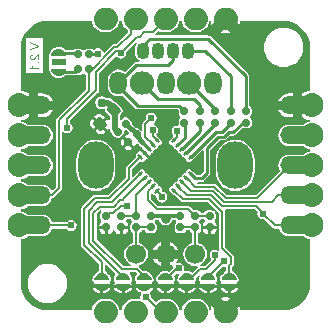
<source format=gbl>
G04*
G04 #@! TF.GenerationSoftware,Altium Limited,Altium Designer,19.0.10 (269)*
G04*
G04 Layer_Physical_Order=4*
G04 Layer_Color=16711680*
%FSLAX25Y25*%
%MOIN*%
G70*
G01*
G75*
%ADD10C,0.00800*%
%ADD11C,0.01000*%
%ADD28C,0.01200*%
%ADD29C,0.03937*%
%ADD30C,0.06693*%
%ADD31O,0.11811X0.15748*%
%ADD32O,0.05900X0.07677*%
%ADD33O,0.08100X0.07677*%
%ADD34O,0.11811X0.05906*%
%ADD35O,0.04331X0.05512*%
%ADD36O,0.08000X0.07500*%
%ADD37O,0.07500X0.08000*%
%ADD38C,0.02400*%
%ADD39C,0.03100*%
%ADD40C,0.03200*%
G04:AMPARAMS|DCode=41|XSize=24.5mil|YSize=26mil|CornerRadius=6.13mil|HoleSize=0mil|Usage=FLASHONLY|Rotation=180.000|XOffset=0mil|YOffset=0mil|HoleType=Round|Shape=RoundedRectangle|*
%AMROUNDEDRECTD41*
21,1,0.02450,0.01375,0,0,180.0*
21,1,0.01225,0.02600,0,0,180.0*
1,1,0.01225,-0.00613,0.00688*
1,1,0.01225,0.00613,0.00688*
1,1,0.01225,0.00613,-0.00688*
1,1,0.01225,-0.00613,-0.00688*
%
%ADD41ROUNDEDRECTD41*%
%ADD42O,0.03937X0.01968*%
%ADD43R,0.04921X0.02402*%
G04:AMPARAMS|DCode=44|XSize=24.5mil|YSize=26mil|CornerRadius=6.13mil|HoleSize=0mil|Usage=FLASHONLY|Rotation=270.000|XOffset=0mil|YOffset=0mil|HoleType=Round|Shape=RoundedRectangle|*
%AMROUNDEDRECTD44*
21,1,0.02450,0.01375,0,0,270.0*
21,1,0.01225,0.02600,0,0,270.0*
1,1,0.01225,-0.00688,-0.00613*
1,1,0.01225,-0.00688,0.00613*
1,1,0.01225,0.00688,0.00613*
1,1,0.01225,0.00688,-0.00613*
%
%ADD44ROUNDEDRECTD44*%
G04:AMPARAMS|DCode=45|XSize=9.84mil|YSize=23.62mil|CornerRadius=0mil|HoleSize=0mil|Usage=FLASHONLY|Rotation=135.000|XOffset=0mil|YOffset=0mil|HoleType=Round|Shape=Round|*
%AMOVALD45*
21,1,0.01378,0.00984,0.00000,0.00000,225.0*
1,1,0.00984,0.00487,0.00487*
1,1,0.00984,-0.00487,-0.00487*
%
%ADD45OVALD45*%

G04:AMPARAMS|DCode=46|XSize=9.84mil|YSize=23.62mil|CornerRadius=0mil|HoleSize=0mil|Usage=FLASHONLY|Rotation=225.000|XOffset=0mil|YOffset=0mil|HoleType=Round|Shape=Round|*
%AMOVALD46*
21,1,0.01378,0.00984,0.00000,0.00000,315.0*
1,1,0.00984,-0.00487,0.00487*
1,1,0.00984,0.00487,-0.00487*
%
%ADD46OVALD46*%

%ADD47P,0.15033X4X270.0*%
G04:AMPARAMS|DCode=48|XSize=24.5mil|YSize=26mil|CornerRadius=6.13mil|HoleSize=0mil|Usage=FLASHONLY|Rotation=45.000|XOffset=0mil|YOffset=0mil|HoleType=Round|Shape=RoundedRectangle|*
%AMROUNDEDRECTD48*
21,1,0.02450,0.01375,0,0,45.0*
21,1,0.01225,0.02600,0,0,45.0*
1,1,0.01225,0.00919,-0.00053*
1,1,0.01225,0.00053,-0.00919*
1,1,0.01225,-0.00919,0.00053*
1,1,0.01225,-0.00053,0.00919*
%
%ADD48ROUNDEDRECTD48*%
G04:AMPARAMS|DCode=49|XSize=35mil|YSize=41mil|CornerRadius=8.75mil|HoleSize=0mil|Usage=FLASHONLY|Rotation=225.000|XOffset=0mil|YOffset=0mil|HoleType=Round|Shape=RoundedRectangle|*
%AMROUNDEDRECTD49*
21,1,0.03500,0.02350,0,0,225.0*
21,1,0.01750,0.04100,0,0,225.0*
1,1,0.01750,-0.01450,0.00212*
1,1,0.01750,-0.00212,0.01450*
1,1,0.01750,0.01450,-0.00212*
1,1,0.01750,0.00212,-0.01450*
%
%ADD49ROUNDEDRECTD49*%
%ADD50C,0.02000*%
%ADD51C,0.01500*%
G36*
X41094Y48035D02*
X42751Y47533D01*
X44279Y46716D01*
X45617Y45617D01*
X46716Y44279D01*
X47533Y42751D01*
X48035Y41094D01*
X48201Y39411D01*
X48193Y39370D01*
Y24961D01*
X47560Y24878D01*
X46404Y24399D01*
X45867Y23987D01*
X45594D01*
Y20000D01*
Y16013D01*
X45867D01*
X46404Y15601D01*
X47560Y15122D01*
X48106Y15050D01*
Y14546D01*
X47664Y14488D01*
X46606Y14050D01*
X45998Y13583D01*
X41142D01*
X40214Y13461D01*
X39350Y13103D01*
X38608Y12534D01*
X38038Y11792D01*
X37680Y10927D01*
X37558Y10000D01*
X37680Y9072D01*
X38038Y8208D01*
X38608Y7466D01*
X39350Y6897D01*
X40214Y6539D01*
X41142Y6417D01*
X45998D01*
X46606Y5950D01*
X47664Y5512D01*
X48193Y5442D01*
Y4558D01*
X47664Y4488D01*
X46606Y4050D01*
X45998Y3583D01*
X41142D01*
X40214Y3461D01*
X39350Y3103D01*
X38608Y2534D01*
X38038Y1792D01*
X37680Y927D01*
X37558Y0D01*
X37680Y-927D01*
X38038Y-1792D01*
X38067Y-1829D01*
X30112Y-9785D01*
X20416D01*
X16997Y-6366D01*
X16666Y-6145D01*
X16276Y-6067D01*
X10672D01*
X10595Y-5952D01*
X10862Y-5452D01*
X12012D01*
X12012Y-5452D01*
X12442Y-5367D01*
X12806Y-5124D01*
X14586Y-3343D01*
X14586Y-3343D01*
X14829Y-2980D01*
X14914Y-2550D01*
X14914Y-2550D01*
Y5215D01*
X18033Y8333D01*
X19420D01*
X19420Y8333D01*
X19849Y8419D01*
X20213Y8662D01*
X21453Y9902D01*
X22519D01*
X22520Y9902D01*
X22949Y9987D01*
X23313Y10231D01*
X25586Y12504D01*
X25611Y12487D01*
X26084Y12393D01*
X27459D01*
X27932Y12487D01*
X28333Y12755D01*
X28601Y13156D01*
X28695Y13629D01*
Y14854D01*
X28601Y15327D01*
X28333Y15728D01*
X28140Y15857D01*
Y16426D01*
X28333Y16555D01*
X28601Y16956D01*
X28695Y17429D01*
Y18654D01*
X28601Y19127D01*
X28333Y19528D01*
X27932Y19796D01*
X27893Y19804D01*
Y29677D01*
X27893Y29677D01*
X27808Y30107D01*
X27565Y30470D01*
X27565Y30470D01*
X14997Y43038D01*
X14633Y43281D01*
X14204Y43366D01*
X14204Y43366D01*
X-3303D01*
X-3382Y43477D01*
X-3492Y43866D01*
X-2383Y44975D01*
X-1386Y44562D01*
X-250Y44412D01*
X250D01*
X1386Y44562D01*
X2444Y45000D01*
X3353Y45698D01*
X4050Y46606D01*
X4488Y47664D01*
X4558Y48193D01*
X5442D01*
X5512Y47664D01*
X5950Y46606D01*
X6647Y45698D01*
X7556Y45000D01*
X8614Y44562D01*
X9750Y44412D01*
X10250D01*
X11386Y44562D01*
X12444Y45000D01*
X13352Y45698D01*
X14050Y46606D01*
X14488Y47664D01*
X14546Y48106D01*
X15050D01*
X15122Y47560D01*
X15601Y46404D01*
X16362Y45412D01*
X17355Y44651D01*
X18510Y44172D01*
X19750Y44009D01*
X20250D01*
X21490Y44172D01*
X22646Y44651D01*
X23638Y45412D01*
X24399Y46404D01*
X24878Y47560D01*
X24961Y48193D01*
X39370D01*
X39411Y48201D01*
X41094Y48035D01*
D02*
G37*
G36*
X-39370Y48193D02*
X-24558D01*
X-24488Y47664D01*
X-24050Y46606D01*
X-23352Y45698D01*
X-22444Y45000D01*
X-21386Y44562D01*
X-20250Y44412D01*
X-19750D01*
X-18614Y44562D01*
X-17556Y45000D01*
X-16647Y45698D01*
X-15950Y46606D01*
X-15512Y47664D01*
X-15442Y48193D01*
X-14558D01*
X-14488Y47664D01*
X-14050Y46606D01*
X-13352Y45698D01*
X-12552Y45083D01*
Y44364D01*
X-16493Y40422D01*
X-17094D01*
X-17484Y40345D01*
X-17814Y40124D01*
X-20346Y37592D01*
X-20888Y37757D01*
X-20938Y38006D01*
X-21336Y38601D01*
X-21931Y38999D01*
X-22633Y39138D01*
X-23336Y38999D01*
X-23931Y38601D01*
X-23933Y38598D01*
X-23976Y38570D01*
X-24377Y38838D01*
X-24850Y38932D01*
X-26075D01*
X-26548Y38838D01*
X-26949Y38570D01*
X-27078Y38376D01*
X-27646D01*
X-27775Y38570D01*
X-28177Y38838D01*
X-28650Y38932D01*
X-29875D01*
X-30348Y38838D01*
X-30671Y38622D01*
X-33405D01*
X-33807Y39007D01*
X-33927Y39054D01*
X-34020Y39144D01*
X-34914Y39493D01*
X-35043Y39490D01*
X-35163Y39537D01*
X-35631Y39528D01*
X-36096Y39537D01*
X-36217Y39490D01*
X-36346Y39493D01*
X-37240Y39144D01*
X-37333Y39054D01*
X-37453Y39007D01*
X-38145Y38343D01*
X-38197Y38224D01*
X-38290Y38135D01*
X-38675Y37256D01*
X-38678Y37127D01*
X-38730Y37009D01*
X-38740Y36529D01*
X-38739Y36519D01*
X-38740Y36516D01*
X-38691Y36151D01*
X-38691Y36151D01*
Y34623D01*
X-38745Y34350D01*
X-38691Y34078D01*
Y32550D01*
X-38691D01*
X-38740Y32185D01*
X-38739Y32182D01*
X-38740Y32172D01*
X-38738Y32070D01*
X-38730Y31692D01*
X-38678Y31574D01*
X-38675Y31445D01*
X-38290Y30566D01*
X-38197Y30476D01*
X-38145Y30358D01*
X-37453Y29694D01*
X-37333Y29647D01*
X-37240Y29557D01*
X-36346Y29208D01*
X-36217Y29211D01*
X-36096Y29164D01*
X-35630Y29173D01*
X-35164Y29164D01*
X-35043Y29211D01*
X-34914Y29208D01*
X-34020Y29557D01*
X-33927Y29647D01*
X-33807Y29693D01*
X-33405Y30079D01*
X-30036D01*
X-30035Y30079D01*
X-29992Y30088D01*
X-29875Y30064D01*
X-28650D01*
X-28177Y30158D01*
X-27775Y30426D01*
X-27646Y30620D01*
X-27078D01*
X-26949Y30426D01*
X-26635Y30217D01*
Y25338D01*
X-36154Y15819D01*
X-36375Y15488D01*
X-36453Y15098D01*
Y-7058D01*
X-37569Y-8174D01*
X-38156Y-8055D01*
X-38608Y-7466D01*
X-39350Y-6897D01*
X-40214Y-6539D01*
X-41142Y-6417D01*
X-45998D01*
X-46606Y-5950D01*
X-47664Y-5512D01*
X-48193Y-5442D01*
Y-4558D01*
X-47664Y-4488D01*
X-46606Y-4050D01*
X-45998Y-3583D01*
X-41142D01*
X-40214Y-3461D01*
X-39350Y-3103D01*
X-38608Y-2534D01*
X-38038Y-1792D01*
X-37680Y-927D01*
X-37558Y0D01*
X-37680Y927D01*
X-38038Y1792D01*
X-38608Y2534D01*
X-39350Y3103D01*
X-40214Y3461D01*
X-41142Y3583D01*
X-45998D01*
X-46606Y4050D01*
X-47664Y4488D01*
X-48193Y4558D01*
Y5442D01*
X-47664Y5512D01*
X-46606Y5950D01*
X-45998Y6417D01*
X-41142D01*
X-40214Y6539D01*
X-39350Y6897D01*
X-38608Y7466D01*
X-38038Y8208D01*
X-37680Y9072D01*
X-37558Y10000D01*
X-37680Y10927D01*
X-38038Y11792D01*
X-38608Y12534D01*
X-39350Y13103D01*
X-40214Y13461D01*
X-41142Y13583D01*
X-45998D01*
X-46606Y14050D01*
X-47664Y14488D01*
X-48106Y14546D01*
Y15050D01*
X-47560Y15122D01*
X-46404Y15601D01*
X-45867Y16013D01*
X-45594D01*
Y20000D01*
Y23987D01*
X-45867D01*
X-46404Y24399D01*
X-47560Y24878D01*
X-48193Y24961D01*
Y39370D01*
X-48201Y39411D01*
X-48035Y41094D01*
X-47533Y42751D01*
X-46716Y44279D01*
X-45617Y45617D01*
X-44279Y46716D01*
X-42751Y47533D01*
X-41094Y48035D01*
X-39411Y48201D01*
X-39370Y48193D01*
D02*
G37*
G36*
X-35630Y38878D02*
Y38878D01*
X-35150Y38888D01*
X-34256Y38539D01*
X-33564Y37874D01*
X-33179Y36995D01*
X-33169Y36516D01*
X-33169Y36516D01*
X-38091Y36516D01*
X-38081Y36995D01*
X-37696Y37874D01*
X-37003Y38539D01*
X-36110Y38888D01*
X-35630Y38878D01*
D02*
G37*
G36*
X-9508Y40705D02*
X-9916Y40174D01*
X-10194Y39501D01*
X-10289Y38780D01*
Y37598D01*
X-10194Y36876D01*
X-9916Y36204D01*
X-9472Y35626D01*
X-8895Y35183D01*
X-8661Y35086D01*
X-8760Y34586D01*
X-9843D01*
X-10272Y34501D01*
X-10636Y34258D01*
X-10636Y34258D01*
X-13611Y31282D01*
X-13958Y31549D01*
X-14821Y31906D01*
X-15748Y32028D01*
X-16675Y31906D01*
X-17538Y31549D01*
X-18280Y30979D01*
X-18849Y30238D01*
X-19207Y29374D01*
X-19329Y28448D01*
Y26671D01*
X-19207Y25744D01*
X-18849Y24880D01*
X-18280Y24139D01*
X-17538Y23570D01*
X-16675Y23212D01*
X-15748Y23090D01*
X-14821Y23212D01*
X-14391Y23390D01*
X-10090Y19089D01*
X-10090Y19089D01*
X-9726Y18846D01*
X-9297Y18760D01*
X-9297Y18760D01*
X4063D01*
X4375Y18448D01*
Y17429D01*
X4470Y16956D01*
X4738Y16555D01*
X4931Y16426D01*
Y15857D01*
X4738Y15728D01*
X4470Y15327D01*
X4375Y14854D01*
Y13675D01*
X4352Y13609D01*
X3941Y13252D01*
X3937Y13253D01*
X3235Y13113D01*
X2639Y12715D01*
X2241Y12120D01*
X2102Y11417D01*
X2241Y10715D01*
X2541Y10266D01*
X2519Y9738D01*
X2484Y9626D01*
X1509Y8652D01*
X1268Y8291D01*
X1183Y7864D01*
X1268Y7438D01*
X1509Y7077D01*
X1871Y6836D01*
X2127Y6785D01*
X2411Y6587D01*
X2609Y6303D01*
X2660Y6046D01*
X2901Y5685D01*
X3263Y5444D01*
X3519Y5393D01*
X3803Y5195D01*
X4001Y4911D01*
X4052Y4654D01*
X4293Y4293D01*
X4654Y4052D01*
X4911Y4001D01*
X5195Y3803D01*
X5393Y3519D01*
X5444Y3263D01*
X5685Y2901D01*
X6046Y2660D01*
X6303Y2609D01*
X6587Y2411D01*
X6785Y2127D01*
X6836Y1871D01*
X7077Y1509D01*
X7438Y1268D01*
X7864Y1183D01*
X8291Y1268D01*
X8652Y1509D01*
X9180Y2038D01*
X9214Y2060D01*
X12209Y5055D01*
X12671Y4864D01*
Y-2086D01*
X11548Y-3209D01*
X10363D01*
X9214Y-2060D01*
X9180Y-2038D01*
X8652Y-1509D01*
X8291Y-1268D01*
X7864Y-1183D01*
X7438Y-1268D01*
X7077Y-1509D01*
X6836Y-1871D01*
X6785Y-2127D01*
X6587Y-2411D01*
X6303Y-2609D01*
X6046Y-2660D01*
X5685Y-2901D01*
X5444Y-3263D01*
X5393Y-3519D01*
X5195Y-3803D01*
X4911Y-4001D01*
X4654Y-4052D01*
X4293Y-4293D01*
X4052Y-4654D01*
X4001Y-4911D01*
X3803Y-5195D01*
X3519Y-5393D01*
X3263Y-5444D01*
X2901Y-5685D01*
X2660Y-6046D01*
X2609Y-6303D01*
X2411Y-6587D01*
X2127Y-6785D01*
X1871Y-6836D01*
X1509Y-7077D01*
X1268Y-7438D01*
X1183Y-7864D01*
X1268Y-8291D01*
X1509Y-8652D01*
X2484Y-9626D01*
X2845Y-9868D01*
X2861Y-9871D01*
X4998Y-12008D01*
X5329Y-12229D01*
X5719Y-12306D01*
X14114D01*
X17790Y-15982D01*
Y-27569D01*
X17867Y-27959D01*
X17971Y-28114D01*
X17610Y-28475D01*
X17238Y-28226D01*
X16535Y-28086D01*
X15833Y-28226D01*
X15238Y-28624D01*
X14840Y-29219D01*
X14700Y-29921D01*
X14840Y-30624D01*
X15238Y-31219D01*
X15262Y-31467D01*
X13131Y-33597D01*
X11636D01*
X11537Y-33097D01*
X11833Y-32975D01*
X12657Y-32342D01*
X13290Y-31518D01*
X13687Y-30558D01*
X13823Y-29528D01*
X13687Y-28497D01*
X13290Y-27537D01*
X12657Y-26713D01*
X11833Y-26080D01*
X10873Y-25683D01*
X10862Y-25681D01*
Y-22384D01*
X11003Y-22355D01*
X11404Y-22087D01*
X11672Y-21686D01*
X11766Y-21213D01*
Y-19988D01*
X11672Y-19515D01*
X11404Y-19114D01*
X11211Y-18985D01*
Y-18417D01*
X11404Y-18288D01*
X11672Y-17886D01*
X11685Y-17820D01*
X12712D01*
X13075Y-18257D01*
X13049Y-18665D01*
X13011Y-18761D01*
X12914Y-18826D01*
X12557Y-19359D01*
X12432Y-19988D01*
Y-20101D01*
X14764D01*
X17095D01*
Y-19988D01*
X16970Y-19359D01*
X16614Y-18826D01*
X16517Y-18761D01*
X16478Y-18665D01*
X16444Y-18111D01*
X16593Y-17886D01*
X16688Y-17413D01*
Y-16188D01*
X16593Y-15715D01*
X16325Y-15314D01*
X15924Y-15046D01*
X15451Y-14952D01*
X14076D01*
X13603Y-15046D01*
X13202Y-15314D01*
X12934Y-15715D01*
X12921Y-15781D01*
X11685D01*
X11672Y-15715D01*
X11404Y-15314D01*
X11003Y-15046D01*
X10530Y-14952D01*
X9436D01*
X8185Y-13702D01*
X7854Y-13481D01*
X7464Y-13403D01*
X-2379D01*
X-4701Y-11081D01*
Y-9565D01*
X-4201Y-9413D01*
X-4058Y-9626D01*
X-3697Y-9868D01*
X-3411Y-9924D01*
X-3088Y-10257D01*
X-2997Y-10408D01*
X-3042Y-10630D01*
X-2902Y-11332D01*
X-2504Y-11928D01*
X-1909Y-12325D01*
X-1206Y-12465D01*
X-504Y-12325D01*
X91Y-11928D01*
X489Y-11332D01*
X629Y-10630D01*
X489Y-9928D01*
X91Y-9332D01*
X-504Y-8934D01*
X-996Y-8836D01*
X-1378Y-8455D01*
X-1268Y-8291D01*
X-1183Y-7864D01*
X-1268Y-7438D01*
X-1509Y-7077D01*
X-1871Y-6836D01*
X-2127Y-6785D01*
X-2411Y-6587D01*
X-2609Y-6303D01*
X-2660Y-6046D01*
X-2901Y-5685D01*
X-3263Y-5444D01*
X-3519Y-5393D01*
X-3803Y-5195D01*
X-4001Y-4911D01*
X-4052Y-4654D01*
X-4293Y-4293D01*
X-4654Y-4052D01*
X-4911Y-4001D01*
X-5195Y-3803D01*
X-5393Y-3519D01*
X-5444Y-3263D01*
X-5685Y-2901D01*
X-6046Y-2660D01*
X-6303Y-2609D01*
X-6587Y-2411D01*
X-6785Y-2127D01*
X-6836Y-1871D01*
X-7077Y-1509D01*
X-7438Y-1268D01*
X-7864Y-1183D01*
X-8291Y-1268D01*
X-8652Y-1509D01*
X-9626Y-2484D01*
X-9868Y-2845D01*
X-9871Y-2861D01*
X-10723Y-3714D01*
X-11185Y-3522D01*
Y-1352D01*
X-8455Y1378D01*
X-8291Y1268D01*
X-7864Y1183D01*
X-7438Y1268D01*
X-7077Y1509D01*
X-6836Y1871D01*
X-6823Y1933D01*
X-6472Y2167D01*
X-5890Y2283D01*
X-5821Y2330D01*
X-7313Y3822D01*
X-8806Y5315D01*
X-8852Y5245D01*
X-8968Y4663D01*
X-9203Y4312D01*
X-9265Y4300D01*
X-9626Y4059D01*
X-9868Y3697D01*
X-9952Y3271D01*
X-9868Y2848D01*
X-12926Y-209D01*
X-13147Y-540D01*
X-13224Y-930D01*
Y-3952D01*
X-19139Y-9867D01*
X-23679D01*
X-24070Y-9944D01*
X-24400Y-10165D01*
X-27937Y-13702D01*
X-28158Y-14032D01*
X-28235Y-14423D01*
Y-26373D01*
X-28158Y-26763D01*
X-27937Y-27093D01*
X-22279Y-32751D01*
Y-35331D01*
X-22870Y-35561D01*
X-22963Y-35651D01*
X-23083Y-35697D01*
X-23775Y-36362D01*
X-23827Y-36480D01*
X-23920Y-36570D01*
X-24305Y-37449D01*
X-24308Y-37578D01*
X-24360Y-37696D01*
X-24370Y-38176D01*
X-24367Y-38182D01*
X-24370Y-38189D01*
X-24277Y-38413D01*
X-24190Y-38636D01*
X-24189Y-38639D01*
X-24182Y-38642D01*
X-24180Y-38648D01*
X-24111Y-38677D01*
X-23938Y-39040D01*
X-23924Y-39296D01*
X-24113Y-39580D01*
X-24168Y-39854D01*
X-23708D01*
X-23710Y-39850D01*
X-23720Y-39370D01*
X-18799Y-39370D01*
X-18809Y-39850D01*
X-18811Y-39854D01*
X-18352D01*
X-18406Y-39580D01*
X-18596Y-39296D01*
X-18578Y-38986D01*
X-18525Y-38842D01*
X-18409Y-38677D01*
X-18343Y-38649D01*
X-18340Y-38648D01*
X-18337Y-38642D01*
X-18331Y-38639D01*
X-18243Y-38415D01*
X-18150Y-38189D01*
X-18153Y-38182D01*
X-18150Y-38176D01*
X-18160Y-37696D01*
X-18212Y-37578D01*
X-18214Y-37449D01*
X-18599Y-36570D01*
X-18692Y-36480D01*
X-18744Y-36362D01*
X-19436Y-35697D01*
X-19557Y-35651D01*
X-19650Y-35561D01*
X-20240Y-35331D01*
Y-33180D01*
X-19778Y-32989D01*
X-16771Y-35996D01*
X-16834Y-36570D01*
X-17219Y-37449D01*
X-17221Y-37578D01*
X-17273Y-37696D01*
X-17283Y-38176D01*
X-17280Y-38182D01*
X-17283Y-38189D01*
X-17190Y-38413D01*
X-17103Y-38636D01*
X-17102Y-38639D01*
X-17096Y-38642D01*
X-17093Y-38648D01*
X-17024Y-38677D01*
X-16852Y-39040D01*
X-16837Y-39296D01*
X-17027Y-39580D01*
X-17081Y-39854D01*
X-16622D01*
X-16624Y-39850D01*
X-16634Y-39370D01*
X-11712Y-39370D01*
X-11722Y-39850D01*
X-11724Y-39854D01*
X-11265D01*
X-11320Y-39580D01*
X-11509Y-39296D01*
X-11492Y-38986D01*
X-11439Y-38842D01*
X-11322Y-38677D01*
X-11256Y-38649D01*
X-11253Y-38648D01*
X-11251Y-38642D01*
X-11244Y-38639D01*
X-11157Y-38415D01*
X-11063Y-38189D01*
X-11066Y-38182D01*
X-11063Y-38176D01*
X-11073Y-37696D01*
X-11125Y-37578D01*
X-11128Y-37449D01*
X-11513Y-36570D01*
X-11606Y-36480D01*
X-11658Y-36362D01*
X-11882Y-36147D01*
X-11681Y-35647D01*
X-9975D01*
X-9599Y-36027D01*
X-9601Y-36305D01*
X-9698Y-36522D01*
X-9747Y-36570D01*
X-10132Y-37449D01*
X-10135Y-37578D01*
X-10187Y-37696D01*
X-10197Y-38176D01*
X-10194Y-38182D01*
X-10197Y-38189D01*
X-10104Y-38413D01*
X-10017Y-38636D01*
X-10016Y-38639D01*
X-10009Y-38642D01*
X-10006Y-38648D01*
X-9938Y-38677D01*
X-9765Y-39040D01*
X-9750Y-39296D01*
X-9940Y-39580D01*
X-9994Y-39854D01*
X-9535D01*
X-9537Y-39850D01*
X-9547Y-39370D01*
X-4626Y-39370D01*
X-4636Y-39850D01*
X-4638Y-39854D01*
X-4179D01*
X-4233Y-39580D01*
X-4423Y-39296D01*
X-4405Y-38986D01*
X-4352Y-38842D01*
X-4235Y-38677D01*
X-4170Y-38649D01*
X-4167Y-38648D01*
X-4164Y-38642D01*
X-4158Y-38639D01*
X-4070Y-38415D01*
X-3977Y-38189D01*
X-3979Y-38182D01*
X-3977Y-38176D01*
X-3986Y-37696D01*
X-4038Y-37578D01*
X-4041Y-37449D01*
X-4426Y-36570D01*
X-4519Y-36480D01*
X-4571Y-36362D01*
X-5263Y-35697D01*
X-5384Y-35651D01*
X-5477Y-35561D01*
X-6371Y-35212D01*
X-6500Y-35215D01*
X-6620Y-35168D01*
X-7087Y-35177D01*
X-7484Y-35169D01*
X-8746Y-33907D01*
X-8794Y-33874D01*
X-8802Y-33654D01*
X-8709Y-33330D01*
X-7852Y-32975D01*
X-7028Y-32342D01*
X-6395Y-31518D01*
X-5998Y-30558D01*
X-5862Y-29528D01*
X-5998Y-28497D01*
X-6395Y-27537D01*
X-7028Y-26713D01*
X-7852Y-26080D01*
X-8812Y-25683D01*
X-8823Y-25681D01*
Y-22384D01*
X-8682Y-22355D01*
X-8281Y-22087D01*
X-8013Y-21686D01*
X-8000Y-21620D01*
X-6764D01*
X-6751Y-21686D01*
X-6483Y-22087D01*
X-6082Y-22355D01*
X-5609Y-22449D01*
X-4234D01*
X-3761Y-22355D01*
X-3360Y-22087D01*
X-3092Y-21686D01*
X-2998Y-21213D01*
Y-19988D01*
X-3092Y-19515D01*
X-3360Y-19114D01*
X-3553Y-18985D01*
Y-18417D01*
X-3360Y-18288D01*
X-3184Y-18024D01*
X-2182D01*
X-2072Y-18575D01*
X-1586Y-19303D01*
X-858Y-19789D01*
X0Y-19960D01*
X858Y-19789D01*
X1586Y-19303D01*
X2072Y-18575D01*
X2182Y-18024D01*
X3184D01*
X3360Y-18288D01*
X3553Y-18417D01*
Y-18985D01*
X3360Y-19114D01*
X3092Y-19515D01*
X2998Y-19988D01*
Y-21213D01*
X3092Y-21686D01*
X3360Y-22087D01*
X3761Y-22355D01*
X4234Y-22449D01*
X5609D01*
X6082Y-22355D01*
X6483Y-22087D01*
X6751Y-21686D01*
X6764Y-21620D01*
X8000D01*
X8013Y-21686D01*
X8281Y-22087D01*
X8682Y-22355D01*
X8823Y-22384D01*
Y-25681D01*
X8812Y-25683D01*
X7852Y-26080D01*
X7028Y-26713D01*
X6395Y-27537D01*
X5998Y-28497D01*
X5862Y-29528D01*
X5998Y-30558D01*
X6395Y-31518D01*
X7028Y-32342D01*
X7852Y-32975D01*
X8812Y-33372D01*
X9843Y-33508D01*
X10544Y-33416D01*
X10725Y-33896D01*
X8917Y-35704D01*
X8910Y-35697D01*
X8789Y-35651D01*
X8696Y-35561D01*
X7803Y-35212D01*
X7673Y-35215D01*
X7553Y-35168D01*
X7086Y-35177D01*
X6620Y-35168D01*
X6500Y-35215D01*
X6446Y-35214D01*
X6356Y-35158D01*
X6239Y-35038D01*
X6057Y-34798D01*
X6166Y-34252D01*
X6026Y-33550D01*
X5628Y-32954D01*
X5033Y-32556D01*
X4331Y-32417D01*
X3813Y-32520D01*
X3531Y-32066D01*
X3797Y-31719D01*
X4083Y-31028D01*
X1500D01*
Y-33611D01*
X2192Y-33324D01*
X2212Y-33309D01*
X2437Y-33437D01*
X2620Y-33626D01*
X2496Y-34251D01*
X1305Y-35442D01*
X716Y-35212D01*
X587Y-35215D01*
X466Y-35168D01*
X-0Y-35177D01*
X-466Y-35168D01*
X-587Y-35215D01*
X-716Y-35212D01*
X-1610Y-35561D01*
X-1703Y-35651D01*
X-1823Y-35697D01*
X-2515Y-36362D01*
X-2567Y-36480D01*
X-2660Y-36570D01*
X-3046Y-37449D01*
X-3048Y-37578D01*
X-3100Y-37696D01*
X-3110Y-38176D01*
X-3107Y-38182D01*
X-3110Y-38189D01*
X-3017Y-38413D01*
X-2930Y-38636D01*
X-2929Y-38639D01*
X-2922Y-38642D01*
X-2920Y-38648D01*
X-2851Y-38677D01*
X-2679Y-39040D01*
X-2664Y-39296D01*
X-2853Y-39580D01*
X-2908Y-39854D01*
X-2448D01*
X-2451Y-39850D01*
X-2460Y-39370D01*
X2461Y-39370D01*
X2451Y-39850D01*
X2449Y-39854D01*
X2908D01*
X2853Y-39580D01*
X2664Y-39296D01*
X2682Y-38986D01*
X2735Y-38842D01*
X2851Y-38677D01*
X2917Y-38649D01*
X2920Y-38648D01*
X2922Y-38642D01*
X2929Y-38639D01*
X3017Y-38415D01*
X3110Y-38189D01*
X3107Y-38182D01*
X3110Y-38176D01*
X3100Y-37696D01*
X3048Y-37578D01*
X3046Y-37449D01*
X2782Y-36848D01*
X3674Y-35957D01*
X4199Y-36061D01*
X4232Y-36088D01*
X4353Y-36253D01*
X4373Y-36303D01*
X4426Y-36570D01*
X4041Y-37449D01*
X4038Y-37578D01*
X3986Y-37696D01*
X3977Y-38176D01*
X3979Y-38182D01*
X3977Y-38189D01*
X4069Y-38413D01*
X4157Y-38636D01*
X4158Y-38639D01*
X4164Y-38642D01*
X4167Y-38648D01*
X4236Y-38677D01*
X4408Y-39040D01*
X4423Y-39296D01*
X4233Y-39580D01*
X4179Y-39854D01*
X4638D01*
X4636Y-39850D01*
X4626Y-39370D01*
X9547Y-39370D01*
X9538Y-39850D01*
X9536Y-39854D01*
X9995D01*
X9940Y-39580D01*
X9751Y-39296D01*
X9768Y-38986D01*
X9821Y-38842D01*
X9938Y-38677D01*
X10004Y-38649D01*
X10006Y-38648D01*
X10009Y-38642D01*
X10016Y-38639D01*
X10103Y-38415D01*
X10197Y-38189D01*
X10194Y-38182D01*
X10197Y-38176D01*
X10187Y-37696D01*
X10135Y-37578D01*
X10132Y-37449D01*
X10109Y-37396D01*
X10992Y-36513D01*
X11412Y-36800D01*
X11128Y-37449D01*
X11125Y-37578D01*
X11073Y-37696D01*
X11063Y-38176D01*
X11066Y-38182D01*
X11063Y-38189D01*
X11156Y-38413D01*
X11243Y-38636D01*
X11244Y-38639D01*
X11251Y-38642D01*
X11253Y-38648D01*
X11322Y-38677D01*
X11495Y-39040D01*
X11509Y-39296D01*
X11320Y-39580D01*
X11265Y-39854D01*
X11725D01*
X11723Y-39850D01*
X11713Y-39370D01*
X16634Y-39370D01*
X16624Y-39850D01*
X16622Y-39854D01*
X17081D01*
X17027Y-39580D01*
X16837Y-39296D01*
X16855Y-38986D01*
X16908Y-38842D01*
X17024Y-38677D01*
X17090Y-38649D01*
X17093Y-38648D01*
X17096Y-38642D01*
X17102Y-38639D01*
X17190Y-38415D01*
X17283Y-38189D01*
X17280Y-38182D01*
X17283Y-38176D01*
X17273Y-37696D01*
X17221Y-37578D01*
X17219Y-37449D01*
X16834Y-36570D01*
X16846Y-36026D01*
X19212Y-33660D01*
X19540Y-33725D01*
X19854Y-33663D01*
X20240Y-33980D01*
Y-35331D01*
X19650Y-35561D01*
X19557Y-35651D01*
X19437Y-35697D01*
X18744Y-36362D01*
X18693Y-36480D01*
X18599Y-36570D01*
X18214Y-37449D01*
X18212Y-37578D01*
X18160Y-37696D01*
X18150Y-38176D01*
X18153Y-38182D01*
X18150Y-38189D01*
X18243Y-38413D01*
X18330Y-38636D01*
X18331Y-38639D01*
X18337Y-38642D01*
X18340Y-38648D01*
X18409Y-38677D01*
X18581Y-39040D01*
X18596Y-39296D01*
X18407Y-39580D01*
X18352Y-39854D01*
X18811D01*
X18809Y-39850D01*
X18800Y-39370D01*
X23721Y-39370D01*
X23711Y-39850D01*
X23709Y-39854D01*
X24168D01*
X24113Y-39580D01*
X23924Y-39296D01*
X23941Y-38986D01*
X23994Y-38842D01*
X24111Y-38677D01*
X24177Y-38649D01*
X24180Y-38648D01*
X24182Y-38642D01*
X24189Y-38639D01*
X24276Y-38415D01*
X24370Y-38189D01*
X24367Y-38182D01*
X24370Y-38176D01*
X24360Y-37696D01*
X24308Y-37578D01*
X24306Y-37449D01*
X23920Y-36570D01*
X23827Y-36480D01*
X23775Y-36362D01*
X23083Y-35697D01*
X22963Y-35651D01*
X22870Y-35561D01*
X22279Y-35331D01*
Y-33704D01*
X22461Y-33522D01*
X22682Y-33191D01*
X22760Y-32801D01*
Y-30500D01*
X22682Y-30110D01*
X22461Y-29779D01*
X19829Y-27147D01*
Y-15560D01*
X19751Y-15169D01*
X19721Y-15124D01*
X19988Y-14624D01*
X29718D01*
X30696Y-15602D01*
X30608Y-16043D01*
X30748Y-16746D01*
X31146Y-17341D01*
X31741Y-17739D01*
X32443Y-17879D01*
X32772Y-17813D01*
X35679Y-20721D01*
X36010Y-20942D01*
X36400Y-21020D01*
X37719D01*
X38038Y-21792D01*
X38608Y-22534D01*
X39350Y-23103D01*
X40214Y-23461D01*
X41142Y-23583D01*
X45998D01*
X46606Y-24050D01*
X47664Y-24488D01*
X48193Y-24558D01*
Y-39370D01*
X48201Y-39411D01*
X48035Y-41094D01*
X47533Y-42751D01*
X46716Y-44279D01*
X45617Y-45617D01*
X44279Y-46716D01*
X42751Y-47533D01*
X41094Y-48035D01*
X39411Y-48201D01*
X39370Y-48193D01*
X24961D01*
X24878Y-47560D01*
X24399Y-46404D01*
X23638Y-45412D01*
X22646Y-44651D01*
X21490Y-44172D01*
X20250Y-44009D01*
X19750D01*
X18510Y-44172D01*
X17355Y-44651D01*
X16362Y-45412D01*
X15601Y-46404D01*
X15122Y-47560D01*
X15050Y-48106D01*
X14546D01*
X14488Y-47664D01*
X14050Y-46606D01*
X13352Y-45698D01*
X12444Y-45000D01*
X11386Y-44562D01*
X10250Y-44412D01*
X9750D01*
X8614Y-44562D01*
X7556Y-45000D01*
X6647Y-45698D01*
X5950Y-46606D01*
X5512Y-47664D01*
X5442Y-48193D01*
X4558D01*
X4488Y-47664D01*
X4050Y-46606D01*
X3353Y-45698D01*
X2444Y-45000D01*
X1386Y-44562D01*
X250Y-44412D01*
X-250D01*
X-1386Y-44562D01*
X-2444Y-45000D01*
X-3311Y-45666D01*
X-4808Y-44169D01*
X-4743Y-43841D01*
X-4882Y-43138D01*
X-5186Y-42684D01*
X-5195Y-42655D01*
X-5138Y-42182D01*
X-5093Y-42066D01*
X-4672Y-41785D01*
X-4233Y-41129D01*
X-4179Y-40854D01*
X-5152D01*
X-5713Y-41393D01*
X-6607Y-41742D01*
X-7086Y-41732D01*
X-7566Y-41742D01*
X-8460Y-41393D01*
X-9021Y-40854D01*
X-9994D01*
X-9940Y-41129D01*
X-9501Y-41785D01*
X-8845Y-42223D01*
X-8332Y-42325D01*
X-8091Y-42829D01*
X-8093Y-42868D01*
X-8273Y-43138D01*
X-8413Y-43841D01*
X-8356Y-44128D01*
X-8431Y-44254D01*
X-8784Y-44540D01*
X-9750Y-44412D01*
X-10250D01*
X-11386Y-44562D01*
X-12444Y-45000D01*
X-13352Y-45698D01*
X-14050Y-46606D01*
X-14488Y-47664D01*
X-14558Y-48193D01*
X-15442D01*
X-15512Y-47664D01*
X-15950Y-46606D01*
X-16647Y-45698D01*
X-17556Y-45000D01*
X-18614Y-44562D01*
X-19750Y-44412D01*
X-20250D01*
X-21386Y-44562D01*
X-22444Y-45000D01*
X-23352Y-45698D01*
X-24050Y-46606D01*
X-24488Y-47664D01*
X-24558Y-48193D01*
X-39370D01*
X-39411Y-48201D01*
X-41094Y-48035D01*
X-42751Y-47533D01*
X-44279Y-46716D01*
X-45617Y-45617D01*
X-46716Y-44279D01*
X-47533Y-42751D01*
X-48035Y-41094D01*
X-48201Y-39411D01*
X-48193Y-39370D01*
Y-24558D01*
X-47664Y-24488D01*
X-46606Y-24050D01*
X-45998Y-23583D01*
X-41142D01*
X-40214Y-23461D01*
X-39350Y-23103D01*
X-38608Y-22534D01*
X-38038Y-21792D01*
X-37719Y-21020D01*
X-32980D01*
X-32794Y-21298D01*
X-32198Y-21696D01*
X-31496Y-21835D01*
X-30794Y-21696D01*
X-30198Y-21298D01*
X-29801Y-20702D01*
X-29661Y-20000D01*
X-29801Y-19298D01*
X-30198Y-18702D01*
X-30794Y-18304D01*
X-31496Y-18165D01*
X-32198Y-18304D01*
X-32794Y-18702D01*
X-32980Y-18980D01*
X-37719D01*
X-38038Y-18208D01*
X-38608Y-17466D01*
X-39350Y-16897D01*
X-40214Y-16539D01*
X-41142Y-16417D01*
X-45998D01*
X-46606Y-15950D01*
X-47664Y-15512D01*
X-48193Y-15442D01*
Y-14558D01*
X-47664Y-14488D01*
X-46606Y-14050D01*
X-45998Y-13583D01*
X-41142D01*
X-40214Y-13461D01*
X-39350Y-13103D01*
X-38608Y-12534D01*
X-38038Y-11792D01*
X-37698Y-10969D01*
X-37563Y-10942D01*
X-37232Y-10721D01*
X-34712Y-8201D01*
X-34491Y-7870D01*
X-34413Y-7480D01*
Y11012D01*
X-33913Y11216D01*
X-33464Y10915D01*
X-32762Y10776D01*
X-32059Y10915D01*
X-31464Y11313D01*
X-31066Y11909D01*
X-30926Y12611D01*
X-31066Y13313D01*
X-31464Y13909D01*
X-31742Y14094D01*
Y15085D01*
X-22516Y24310D01*
X-22295Y24641D01*
X-22218Y25031D01*
Y30857D01*
X-16822Y36252D01*
X-16325Y36203D01*
X-16258Y36104D01*
X-15663Y35706D01*
X-14961Y35566D01*
X-14258Y35706D01*
X-13663Y36104D01*
X-13265Y36699D01*
X-13125Y37402D01*
X-13191Y37730D01*
X-9885Y41035D01*
X-9508Y40705D01*
D02*
G37*
G36*
X-33169Y32185D02*
X-33179Y31705D01*
X-33564Y30827D01*
X-34257Y30162D01*
X-35150Y29813D01*
X-35630Y29823D01*
X-36110Y29813D01*
X-37003Y30162D01*
X-37696Y30827D01*
X-38081Y31705D01*
X-38091Y32185D01*
X-33169Y32185D01*
D02*
G37*
G36*
X-21679Y-14981D02*
X-21497Y-15542D01*
X-21613Y-15715D01*
X-21707Y-16188D01*
Y-17413D01*
X-21613Y-17886D01*
X-21463Y-18111D01*
X-21498Y-18665D01*
X-21536Y-18761D01*
X-21633Y-18826D01*
X-21990Y-19359D01*
X-22115Y-19988D01*
Y-20101D01*
X-19783D01*
Y-20601D01*
X-19283D01*
Y-22857D01*
X-19096D01*
X-18467Y-22732D01*
X-17933Y-22376D01*
X-17577Y-21843D01*
X-17528Y-21599D01*
X-17019D01*
X-16970Y-21843D01*
X-16614Y-22376D01*
X-16080Y-22732D01*
X-15451Y-22857D01*
X-15264D01*
Y-20601D01*
X-14764D01*
Y-20101D01*
X-12432D01*
Y-19988D01*
X-12557Y-19359D01*
X-12914Y-18826D01*
X-13011Y-18761D01*
X-13049Y-18665D01*
X-13075Y-18257D01*
X-12712Y-17820D01*
X-11685D01*
X-11672Y-17886D01*
X-11404Y-18288D01*
X-11211Y-18417D01*
Y-18985D01*
X-11404Y-19114D01*
X-11672Y-19515D01*
X-11766Y-19988D01*
Y-21213D01*
X-11672Y-21686D01*
X-11404Y-22087D01*
X-11003Y-22355D01*
X-10862Y-22384D01*
Y-25681D01*
X-10873Y-25683D01*
X-11833Y-26080D01*
X-12657Y-26713D01*
X-13290Y-27537D01*
X-13687Y-28497D01*
X-13823Y-29528D01*
X-13687Y-30558D01*
X-13290Y-31518D01*
X-12657Y-32342D01*
X-11833Y-32975D01*
X-11511Y-33108D01*
X-11611Y-33608D01*
X-12598D01*
X-12652Y-33597D01*
X-13588D01*
X-13588Y-33597D01*
X-14024D01*
X-22996Y-24625D01*
Y-16170D01*
X-21781Y-14956D01*
X-21679Y-14981D01*
D02*
G37*
G36*
X21260Y-35827D02*
Y-35827D01*
X21740Y-35817D01*
X22633Y-36166D01*
X23325Y-36830D01*
X23711Y-37709D01*
X23720Y-38189D01*
X23720D01*
X23720Y-38189D01*
Y-38189D01*
X18799Y-38189D01*
X18809Y-37709D01*
X19194Y-36830D01*
X19886Y-36166D01*
X20780Y-35817D01*
X21260Y-35827D01*
D02*
G37*
G36*
X14173D02*
Y-35827D01*
X14653Y-35817D01*
X15547Y-36166D01*
X16239Y-36830D01*
X16624Y-37709D01*
X16634Y-38189D01*
X16634D01*
X16634Y-38189D01*
Y-38189D01*
X11713Y-38189D01*
X11722Y-37709D01*
X12108Y-36830D01*
X12800Y-36166D01*
X13694Y-35817D01*
X14173Y-35827D01*
D02*
G37*
G36*
X7087D02*
Y-35827D01*
X7566Y-35817D01*
X8460Y-36166D01*
X9152Y-36830D01*
X9537Y-37709D01*
X9547Y-38189D01*
X9547D01*
X9547Y-38189D01*
Y-38189D01*
X4626Y-38189D01*
X4636Y-37709D01*
X5021Y-36830D01*
X5713Y-36166D01*
X6607Y-35817D01*
X7087Y-35827D01*
D02*
G37*
G36*
X0D02*
Y-35827D01*
X480Y-35817D01*
X1374Y-36166D01*
X2066Y-36830D01*
X2451Y-37709D01*
X2461Y-38189D01*
X2461D01*
X2461Y-38189D01*
Y-38189D01*
X-2461Y-38189D01*
X-2451Y-37709D01*
X-2066Y-36830D01*
X-1373Y-36166D01*
X-480Y-35817D01*
X0Y-35827D01*
D02*
G37*
G36*
X-7086D02*
Y-35827D01*
X-6607Y-35817D01*
X-5713Y-36166D01*
X-5021Y-36830D01*
X-4636Y-37709D01*
X-4626Y-38189D01*
X-4626D01*
X-4626Y-38189D01*
Y-38189D01*
X-9547Y-38189D01*
X-9537Y-37709D01*
X-9152Y-36830D01*
X-8460Y-36166D01*
X-7566Y-35817D01*
X-7086Y-35827D01*
D02*
G37*
G36*
X-14173D02*
Y-35827D01*
X-13693Y-35817D01*
X-12800Y-36166D01*
X-12108Y-36830D01*
X-11722Y-37709D01*
X-11713Y-38189D01*
X-11713D01*
X-11713Y-38189D01*
Y-38189D01*
X-16634Y-38189D01*
X-16624Y-37709D01*
X-16239Y-36830D01*
X-15547Y-36166D01*
X-14653Y-35817D01*
X-14173Y-35827D01*
D02*
G37*
G36*
X-21260D02*
Y-35827D01*
X-20780Y-35817D01*
X-19886Y-36166D01*
X-19194Y-36830D01*
X-18809Y-37709D01*
X-18799Y-38189D01*
X-18799D01*
X-18799Y-38189D01*
Y-38189D01*
X-23720Y-38189D01*
X-23711Y-37709D01*
X-23325Y-36830D01*
X-22633Y-36166D01*
X-21739Y-35817D01*
X-21260Y-35827D01*
D02*
G37*
G36*
X18800Y-39370D02*
X18800D01*
X18800D01*
D01*
D02*
G37*
G36*
X11713D02*
X11713D01*
X11713D01*
D01*
D02*
G37*
G36*
X4626D02*
X4626D01*
X4626D01*
D01*
D02*
G37*
G36*
X-2460D02*
X-2460D01*
X-2460D01*
D01*
D02*
G37*
G36*
X-9547D02*
X-9547D01*
X-9547D01*
D01*
D02*
G37*
G36*
X-16634D02*
X-16634D01*
X-16634D01*
D01*
D02*
G37*
G36*
X-23720D02*
X-23720D01*
X-23720D01*
D01*
D02*
G37*
%LPC*%
G36*
X39370Y45907D02*
X38095Y45781D01*
X36869Y45410D01*
X35738Y44805D01*
X34748Y43992D01*
X33935Y43002D01*
X33331Y41872D01*
X32959Y40645D01*
X32833Y39370D01*
X32959Y38095D01*
X33331Y36869D01*
X33935Y35738D01*
X34748Y34748D01*
X35738Y33935D01*
X36869Y33331D01*
X38095Y32959D01*
X39370Y32833D01*
X40645Y32959D01*
X41872Y33331D01*
X43002Y33935D01*
X43992Y34748D01*
X44805Y35738D01*
X45410Y36869D01*
X45781Y38095D01*
X45907Y39370D01*
X45781Y40645D01*
X45410Y41872D01*
X44805Y43002D01*
X43992Y43992D01*
X43002Y44805D01*
X41872Y45410D01*
X40645Y45781D01*
X39370Y45907D01*
D02*
G37*
G36*
X42595Y23987D02*
X41142D01*
X40110Y23851D01*
X39148Y23453D01*
X38323Y22819D01*
X37689Y21993D01*
X37485Y21500D01*
X42595D01*
Y23987D01*
D02*
G37*
G36*
Y18500D02*
X37485D01*
X37689Y18007D01*
X38323Y17181D01*
X39148Y16547D01*
X40110Y16149D01*
X41142Y16013D01*
X42595D01*
Y18500D01*
D02*
G37*
G36*
X23228Y8506D02*
X21953Y8380D01*
X20727Y8008D01*
X19597Y7404D01*
X18606Y6591D01*
X17793Y5600D01*
X17189Y4470D01*
X16817Y3244D01*
X16691Y1969D01*
Y-1969D01*
X16817Y-3244D01*
X17189Y-4470D01*
X17793Y-5600D01*
X18606Y-6591D01*
X19597Y-7404D01*
X20727Y-8008D01*
X21953Y-8380D01*
X23228Y-8506D01*
X24504Y-8380D01*
X25730Y-8008D01*
X26860Y-7404D01*
X27851Y-6591D01*
X28664Y-5600D01*
X29268Y-4470D01*
X29640Y-3244D01*
X29765Y-1969D01*
Y1969D01*
X29640Y3244D01*
X29268Y4470D01*
X28664Y5600D01*
X27851Y6591D01*
X26860Y7404D01*
X25730Y8008D01*
X24504Y8380D01*
X23228Y8506D01*
D02*
G37*
G36*
X-40739Y42332D02*
X-46538D01*
Y30892D01*
X-40739D01*
Y42332D01*
D02*
G37*
G36*
X-41142Y23987D02*
X-42595D01*
Y21500D01*
X-37485D01*
X-37689Y21993D01*
X-38323Y22819D01*
X-39148Y23453D01*
X-40110Y23851D01*
X-41142Y23987D01*
D02*
G37*
G36*
X-37485Y18500D02*
X-42595D01*
Y16013D01*
X-41142D01*
X-40110Y16149D01*
X-39148Y16547D01*
X-38323Y17181D01*
X-37689Y18007D01*
X-37485Y18500D01*
D02*
G37*
%LPD*%
G36*
X-42120Y39982D02*
Y39562D01*
X-45144Y38382D01*
Y38789D01*
X-42946Y39610D01*
X-42854Y39645D01*
X-42766Y39676D01*
X-42683Y39702D01*
X-42609Y39724D01*
X-42543Y39746D01*
X-42495Y39759D01*
X-42478Y39763D01*
X-42465Y39768D01*
X-42456Y39772D01*
X-42452D01*
X-42627Y39824D01*
X-42709Y39851D01*
X-42784Y39877D01*
X-42849Y39899D01*
X-42875Y39907D01*
X-42902Y39912D01*
X-42919Y39920D01*
X-42932Y39925D01*
X-42941Y39929D01*
X-42946D01*
X-45144Y40716D01*
Y41153D01*
X-42120Y39982D01*
D02*
G37*
G36*
Y35043D02*
X-42478D01*
Y36534D01*
X-42552Y36481D01*
X-42583Y36455D01*
X-42613Y36433D01*
X-42640Y36411D01*
X-42657Y36394D01*
X-42670Y36381D01*
X-42674Y36376D01*
X-42696Y36355D01*
X-42718Y36328D01*
X-42775Y36267D01*
X-42841Y36197D01*
X-42906Y36123D01*
X-42963Y36053D01*
X-42989Y36022D01*
X-43015Y35996D01*
X-43033Y35974D01*
X-43046Y35957D01*
X-43055Y35948D01*
X-43059Y35944D01*
X-43120Y35874D01*
X-43177Y35804D01*
X-43234Y35743D01*
X-43282Y35686D01*
X-43330Y35633D01*
X-43374Y35590D01*
X-43413Y35546D01*
X-43448Y35511D01*
X-43483Y35476D01*
X-43509Y35450D01*
X-43531Y35428D01*
X-43553Y35406D01*
X-43579Y35384D01*
X-43588Y35376D01*
X-43662Y35314D01*
X-43728Y35262D01*
X-43793Y35218D01*
X-43846Y35183D01*
X-43894Y35157D01*
X-43929Y35140D01*
X-43951Y35131D01*
X-43959Y35127D01*
X-44025Y35100D01*
X-44090Y35083D01*
X-44152Y35065D01*
X-44204Y35057D01*
X-44252Y35052D01*
X-44287Y35048D01*
X-44309D01*
X-44318D01*
X-44383Y35052D01*
X-44444Y35061D01*
X-44506Y35070D01*
X-44558Y35087D01*
X-44663Y35131D01*
X-44746Y35175D01*
X-44785Y35201D01*
X-44816Y35223D01*
X-44846Y35245D01*
X-44868Y35266D01*
X-44886Y35284D01*
X-44903Y35293D01*
X-44908Y35301D01*
X-44912Y35306D01*
X-44956Y35354D01*
X-44995Y35406D01*
X-45026Y35463D01*
X-45052Y35520D01*
X-45096Y35633D01*
X-45126Y35747D01*
X-45135Y35795D01*
X-45144Y35843D01*
X-45148Y35887D01*
X-45152Y35922D01*
X-45157Y35952D01*
Y35996D01*
X-45152Y36075D01*
X-45148Y36149D01*
X-45135Y36219D01*
X-45122Y36285D01*
X-45104Y36346D01*
X-45087Y36403D01*
X-45065Y36455D01*
X-45043Y36503D01*
X-45021Y36547D01*
X-44999Y36582D01*
X-44982Y36612D01*
X-44964Y36639D01*
X-44951Y36660D01*
X-44938Y36674D01*
X-44934Y36682D01*
X-44930Y36687D01*
X-44886Y36730D01*
X-44838Y36770D01*
X-44785Y36809D01*
X-44733Y36840D01*
X-44628Y36892D01*
X-44523Y36927D01*
X-44475Y36940D01*
X-44427Y36953D01*
X-44388Y36962D01*
X-44353Y36971D01*
X-44322Y36975D01*
X-44300D01*
X-44287Y36979D01*
X-44283D01*
X-44243Y36599D01*
X-44344Y36590D01*
X-44431Y36573D01*
X-44510Y36547D01*
X-44571Y36516D01*
X-44624Y36490D01*
X-44658Y36464D01*
X-44680Y36446D01*
X-44689Y36437D01*
X-44741Y36372D01*
X-44781Y36302D01*
X-44811Y36228D01*
X-44829Y36162D01*
X-44842Y36101D01*
X-44846Y36049D01*
X-44851Y36031D01*
Y36005D01*
X-44846Y35913D01*
X-44829Y35830D01*
X-44803Y35760D01*
X-44776Y35699D01*
X-44746Y35651D01*
X-44724Y35620D01*
X-44707Y35598D01*
X-44698Y35590D01*
X-44637Y35537D01*
X-44576Y35498D01*
X-44514Y35467D01*
X-44453Y35450D01*
X-44405Y35437D01*
X-44361Y35432D01*
X-44335Y35428D01*
X-44331D01*
X-44326D01*
X-44248Y35437D01*
X-44165Y35454D01*
X-44090Y35485D01*
X-44021Y35515D01*
X-43964Y35550D01*
X-43916Y35581D01*
X-43898Y35590D01*
X-43885Y35598D01*
X-43881Y35607D01*
X-43876D01*
X-43828Y35642D01*
X-43780Y35686D01*
X-43728Y35734D01*
X-43675Y35786D01*
X-43570Y35896D01*
X-43466Y36005D01*
X-43417Y36062D01*
X-43374Y36110D01*
X-43334Y36158D01*
X-43299Y36197D01*
X-43273Y36228D01*
X-43251Y36254D01*
X-43238Y36272D01*
X-43234Y36276D01*
X-43142Y36385D01*
X-43055Y36486D01*
X-42976Y36569D01*
X-42911Y36634D01*
X-42854Y36691D01*
X-42814Y36730D01*
X-42788Y36752D01*
X-42784Y36761D01*
X-42779D01*
X-42705Y36822D01*
X-42635Y36870D01*
X-42565Y36914D01*
X-42504Y36949D01*
X-42452Y36975D01*
X-42412Y36992D01*
X-42386Y37001D01*
X-42382Y37006D01*
X-42377D01*
X-42329Y37023D01*
X-42286Y37032D01*
X-42242Y37041D01*
X-42203Y37045D01*
X-42168Y37049D01*
X-42141D01*
X-42124D01*
X-42120D01*
Y35043D01*
D02*
G37*
G36*
Y34012D02*
X-42543D01*
Y34436D01*
X-42120D01*
Y34012D01*
D02*
G37*
G36*
X-44064Y33121D02*
X-44095Y33055D01*
X-44125Y32990D01*
X-44156Y32928D01*
X-44182Y32876D01*
X-44204Y32832D01*
X-44221Y32806D01*
X-44226Y32802D01*
Y32797D01*
X-44274Y32719D01*
X-44322Y32649D01*
X-44366Y32588D01*
X-44405Y32539D01*
X-44436Y32496D01*
X-44462Y32470D01*
X-44479Y32448D01*
X-44484Y32443D01*
X-42120D01*
Y32072D01*
X-45157D01*
Y32312D01*
X-45082Y32356D01*
X-45013Y32404D01*
X-44943Y32461D01*
X-44881Y32513D01*
X-44829Y32566D01*
X-44785Y32605D01*
X-44772Y32623D01*
X-44759Y32636D01*
X-44755Y32640D01*
X-44750Y32644D01*
X-44676Y32736D01*
X-44606Y32828D01*
X-44545Y32915D01*
X-44497Y33003D01*
X-44453Y33077D01*
X-44436Y33108D01*
X-44423Y33134D01*
X-44409Y33156D01*
X-44405Y33173D01*
X-44396Y33182D01*
Y33186D01*
X-44038D01*
X-44064Y33121D01*
D02*
G37*
%LPC*%
G36*
X-21260Y23058D02*
X-22099Y22891D01*
X-22810Y22416D01*
X-23285Y21705D01*
X-23452Y20866D01*
X-23285Y20027D01*
X-22810Y19316D01*
X-22099Y18841D01*
X-21260Y18674D01*
X-20647Y18796D01*
X-20330Y18725D01*
X-20111Y18447D01*
X-20045Y18112D01*
X-19719Y17624D01*
X-18554Y16459D01*
Y15074D01*
X-19054Y14922D01*
X-19071Y14948D01*
X-19548Y15425D01*
X-21166Y13808D01*
X-19336Y11979D01*
X-19071Y12244D01*
X-19054Y12270D01*
X-18842Y12269D01*
X-18531Y12152D01*
X-18430Y11643D01*
X-18076Y11114D01*
X-18015Y11052D01*
X-17972Y10835D01*
X-17704Y10434D01*
X-16732Y9461D01*
X-16330Y9194D01*
X-15857Y9099D01*
X-15384Y9194D01*
X-14983Y9461D01*
X-14117Y10328D01*
X-13849Y10729D01*
X-13755Y11202D01*
X-13783Y11343D01*
X-13442Y11725D01*
X-12946Y11717D01*
X-12095Y10867D01*
X-12124Y10687D01*
X-12420Y10275D01*
X-13049Y10150D01*
X-13583Y9793D01*
X-13662Y9714D01*
X-12014Y8065D01*
X-10365Y6417D01*
X-10285Y6496D01*
X-9929Y7029D01*
X-9888Y7235D01*
X-9346Y7399D01*
X-8847Y6901D01*
X-8401Y6602D01*
X-8237Y6161D01*
X-6606Y4529D01*
X-5114Y3037D01*
X-5067Y3107D01*
X-4951Y3689D01*
X-4717Y4039D01*
X-4654Y4052D01*
X-4293Y4293D01*
X-4052Y4654D01*
X-4001Y4911D01*
X-3803Y5195D01*
X-3519Y5393D01*
X-3263Y5444D01*
X-2901Y5685D01*
X-2660Y6046D01*
X-2609Y6303D01*
X-2411Y6587D01*
X-2127Y6785D01*
X-1871Y6836D01*
X-1509Y7077D01*
X-1268Y7438D01*
X-1183Y7864D01*
X-1268Y8291D01*
X-1509Y8652D01*
X-2484Y9626D01*
X-2845Y9868D01*
X-2861Y9871D01*
X-2955Y9964D01*
X-3033Y10513D01*
X-2635Y11109D01*
X-2495Y11811D01*
X-2635Y12513D01*
X-3033Y13109D01*
X-3628Y13507D01*
X-3921Y13565D01*
X-3989Y13892D01*
X-3973Y14085D01*
X-3427Y14450D01*
X-3029Y15046D01*
X-2889Y15748D01*
X-3029Y16450D01*
X-3427Y17046D01*
X-4022Y17444D01*
X-4724Y17583D01*
X-5427Y17444D01*
X-6022Y17046D01*
X-6420Y16450D01*
X-6560Y15748D01*
X-6494Y15420D01*
X-7452Y14463D01*
X-7673Y14132D01*
X-7750Y13742D01*
Y11790D01*
X-8250Y11583D01*
X-8859Y12192D01*
X-9260Y12460D01*
X-9733Y12554D01*
X-9863Y12528D01*
X-11094Y13759D01*
X-11068Y13889D01*
X-11162Y14362D01*
X-11430Y14763D01*
X-12402Y15735D01*
X-12803Y16003D01*
X-13276Y16097D01*
X-13750Y16003D01*
X-14151Y15735D01*
X-14792Y15094D01*
X-15292Y15302D01*
Y16601D01*
X-14693Y17200D01*
X-14367Y17687D01*
X-14252Y18263D01*
X-14367Y18839D01*
X-14693Y19327D01*
X-16354Y20988D01*
X-16842Y21314D01*
X-17254Y21396D01*
X-17877Y22020D01*
X-18407Y22373D01*
X-19031Y22498D01*
X-19831D01*
X-20421Y22891D01*
X-21260Y23058D01*
D02*
G37*
G36*
X-22085Y17170D02*
X-22816Y17024D01*
X-23437Y16610D01*
X-23702Y16344D01*
X-21873Y14515D01*
X-20256Y16132D01*
X-20733Y16610D01*
X-21353Y17024D01*
X-22085Y17170D01*
D02*
G37*
G36*
X-24409Y15637D02*
X-24674Y15372D01*
X-25088Y14752D01*
X-25234Y14020D01*
X-25088Y13289D01*
X-24674Y12669D01*
X-24197Y12191D01*
X-22580Y13808D01*
X-24409Y15637D01*
D02*
G37*
G36*
X-21873Y13101D02*
X-23490Y11484D01*
X-23012Y11007D01*
X-22392Y10593D01*
X-21660Y10447D01*
X-20929Y10593D01*
X-20309Y11007D01*
X-20043Y11272D01*
X-21873Y13101D01*
D02*
G37*
G36*
X-14369Y9007D02*
X-14449Y8927D01*
X-14805Y8394D01*
X-14930Y7765D01*
X-14805Y7136D01*
X-14449Y6602D01*
X-14316Y6470D01*
X-13074Y7712D01*
X-14369Y9007D01*
D02*
G37*
G36*
X-12367Y7005D02*
X-13609Y5762D01*
X-13477Y5630D01*
X-12943Y5273D01*
X-12314Y5148D01*
X-11685Y5273D01*
X-11152Y5630D01*
X-11072Y5709D01*
X-12367Y7005D01*
D02*
G37*
G36*
X-23228Y8506D02*
X-24504Y8380D01*
X-25730Y8008D01*
X-26860Y7404D01*
X-27851Y6591D01*
X-28664Y5600D01*
X-29268Y4470D01*
X-29640Y3244D01*
X-29765Y1969D01*
Y-1969D01*
X-29640Y-3244D01*
X-29268Y-4470D01*
X-28664Y-5600D01*
X-27851Y-6591D01*
X-26860Y-7404D01*
X-25730Y-8008D01*
X-24504Y-8380D01*
X-23228Y-8506D01*
X-21953Y-8380D01*
X-20727Y-8008D01*
X-19597Y-7404D01*
X-18606Y-6591D01*
X-17793Y-5600D01*
X-17189Y-4470D01*
X-16817Y-3244D01*
X-16691Y-1969D01*
Y1969D01*
X-16817Y3244D01*
X-17189Y4470D01*
X-17793Y5600D01*
X-18606Y6591D01*
X-19597Y7404D01*
X-20727Y8008D01*
X-21953Y8380D01*
X-23228Y8506D01*
D02*
G37*
G36*
X17095Y-21101D02*
X15264D01*
Y-22857D01*
X15451D01*
X16080Y-22732D01*
X16614Y-22376D01*
X16970Y-21843D01*
X17095Y-21213D01*
Y-21101D01*
D02*
G37*
G36*
X14264D02*
X12432D01*
Y-21213D01*
X12557Y-21843D01*
X12914Y-22376D01*
X13447Y-22732D01*
X14076Y-22857D01*
X14264D01*
Y-21101D01*
D02*
G37*
G36*
X1500Y-25444D02*
Y-28028D01*
X4083D01*
X3797Y-27336D01*
X3100Y-26428D01*
X2192Y-25731D01*
X1500Y-25444D01*
D02*
G37*
G36*
X-1500D02*
X-2192Y-25731D01*
X-3100Y-26428D01*
X-3797Y-27336D01*
X-4083Y-28028D01*
X-1500D01*
Y-25444D01*
D02*
G37*
G36*
Y-31028D02*
X-4083D01*
X-3797Y-31719D01*
X-3100Y-32627D01*
X-2192Y-33324D01*
X-1500Y-33611D01*
Y-31028D01*
D02*
G37*
G36*
X24168Y-40854D02*
X23195D01*
X22633Y-41393D01*
X21760Y-41734D01*
Y-42377D01*
X22244D01*
X23018Y-42223D01*
X23675Y-41785D01*
X24113Y-41129D01*
X24168Y-40854D01*
D02*
G37*
G36*
X19325D02*
X18352D01*
X18407Y-41129D01*
X18845Y-41785D01*
X19501Y-42223D01*
X20276Y-42377D01*
X20760D01*
Y-41734D01*
X19886Y-41393D01*
X19325Y-40854D01*
D02*
G37*
G36*
X17081Y-40854D02*
X16108D01*
X15547Y-41393D01*
X14673Y-41734D01*
Y-42377D01*
X15158D01*
X15932Y-42223D01*
X16588Y-41785D01*
X17027Y-41129D01*
X17081Y-40854D01*
D02*
G37*
G36*
X12239D02*
X11265D01*
X11320Y-41129D01*
X11759Y-41785D01*
X12415Y-42223D01*
X13189Y-42377D01*
X13673D01*
Y-41734D01*
X12800Y-41393D01*
X12239Y-40854D01*
D02*
G37*
G36*
X9995Y-40854D02*
X9021D01*
X8460Y-41393D01*
X7587Y-41734D01*
Y-42377D01*
X8071D01*
X8845Y-42223D01*
X9501Y-41785D01*
X9940Y-41129D01*
X9995Y-40854D01*
D02*
G37*
G36*
X5152D02*
X4179D01*
X4233Y-41129D01*
X4672Y-41785D01*
X5328Y-42223D01*
X6103Y-42377D01*
X6587D01*
Y-41734D01*
X5713Y-41393D01*
X5152Y-40854D01*
D02*
G37*
G36*
X2908Y-40854D02*
X1935D01*
X1374Y-41393D01*
X500Y-41734D01*
Y-42377D01*
X984D01*
X1759Y-42223D01*
X2415Y-41785D01*
X2853Y-41129D01*
X2908Y-40854D01*
D02*
G37*
G36*
X-1934D02*
X-2908D01*
X-2853Y-41129D01*
X-2415Y-41785D01*
X-1758Y-42223D01*
X-984Y-42377D01*
X-500D01*
Y-41734D01*
X-1373Y-41393D01*
X-1934Y-40854D01*
D02*
G37*
G36*
X-11265Y-40854D02*
X-12239D01*
X-12800Y-41393D01*
X-13673Y-41734D01*
Y-42377D01*
X-13189D01*
X-12415Y-42223D01*
X-11758Y-41785D01*
X-11320Y-41129D01*
X-11265Y-40854D01*
D02*
G37*
G36*
X-16108D02*
X-17081D01*
X-17027Y-41129D01*
X-16588Y-41785D01*
X-15932Y-42223D01*
X-15157Y-42377D01*
X-14673D01*
Y-41734D01*
X-15547Y-41393D01*
X-16108Y-40854D01*
D02*
G37*
G36*
X-18352Y-40854D02*
X-19325D01*
X-19886Y-41393D01*
X-20760Y-41734D01*
Y-42377D01*
X-20276D01*
X-19501Y-42223D01*
X-18845Y-41785D01*
X-18406Y-41129D01*
X-18352Y-40854D01*
D02*
G37*
G36*
X-23194D02*
X-24168D01*
X-24113Y-41129D01*
X-23674Y-41785D01*
X-23018Y-42223D01*
X-22244Y-42377D01*
X-21760D01*
Y-41734D01*
X-22633Y-41393D01*
X-23194Y-40854D01*
D02*
G37*
G36*
X-39370Y-32833D02*
X-40645Y-32959D01*
X-41872Y-33331D01*
X-43002Y-33935D01*
X-43992Y-34748D01*
X-44805Y-35738D01*
X-45410Y-36869D01*
X-45781Y-38095D01*
X-45907Y-39370D01*
X-45781Y-40645D01*
X-45410Y-41872D01*
X-44805Y-43002D01*
X-43992Y-43992D01*
X-43002Y-44805D01*
X-41872Y-45410D01*
X-40645Y-45781D01*
X-39370Y-45907D01*
X-38095Y-45781D01*
X-36869Y-45410D01*
X-35738Y-44805D01*
X-34748Y-43992D01*
X-33935Y-43002D01*
X-33331Y-41872D01*
X-32959Y-40645D01*
X-32833Y-39370D01*
X-32959Y-38095D01*
X-33331Y-36869D01*
X-33935Y-35738D01*
X-34748Y-34748D01*
X-35738Y-33935D01*
X-36869Y-33331D01*
X-38095Y-32959D01*
X-39370Y-32833D01*
D02*
G37*
G36*
X-12432Y-21101D02*
X-14264D01*
Y-22857D01*
X-14076D01*
X-13447Y-22732D01*
X-12914Y-22376D01*
X-12557Y-21843D01*
X-12432Y-21213D01*
Y-21101D01*
D02*
G37*
G36*
X-20283Y-21101D02*
X-22115D01*
Y-21213D01*
X-21990Y-21843D01*
X-21633Y-22376D01*
X-21100Y-22732D01*
X-20471Y-22857D01*
X-20283D01*
Y-21101D01*
D02*
G37*
%LPD*%
D10*
X21260Y-33281D02*
X21740Y-32801D01*
X21260Y-37205D02*
Y-33281D01*
X32443Y-16043D02*
X36400Y-20000D01*
X41339D01*
X41339Y-20000D01*
X14536Y-11287D02*
X18809Y-15560D01*
Y-27569D02*
Y-15560D01*
X5719Y-11287D02*
X14536D01*
X21740Y-32801D02*
Y-30500D01*
X18809Y-27569D02*
X21740Y-30500D01*
X30140Y-13605D02*
X32443Y-15908D01*
X18834Y-13605D02*
X30140D01*
X15116Y-9887D02*
X18834Y-13605D01*
X30534Y-10805D02*
X41339Y0D01*
X19994Y-10805D02*
X30534D01*
X16276Y-7087D02*
X19994Y-10805D01*
X-25616Y30880D02*
X-17094Y39403D01*
X37633Y-9906D02*
X41245D01*
X35335Y-12205D02*
X37633Y-9906D01*
X19414Y-12205D02*
X35335D01*
X15696Y-8487D02*
X19414Y-12205D01*
X32443Y-16043D02*
Y-15908D01*
X41245Y-9906D02*
X41339Y-10000D01*
X-16071Y39403D02*
X-11532Y43942D01*
Y46081D01*
X-10000Y47613D01*
X-25616Y24916D02*
Y30880D01*
X-35433Y15098D02*
X-25616Y24916D01*
X-17094Y39403D02*
X-16071D01*
X-9474Y42888D02*
X-8662D01*
X-14961Y37402D02*
X-9474Y42888D01*
X-23237Y25031D02*
Y31279D01*
X-32762Y15507D02*
X-23237Y25031D01*
Y31279D02*
X-16514Y38003D01*
X-15562D01*
X2853Y-8421D02*
X5719Y-11287D01*
X4245Y-7029D02*
X7103Y-9887D01*
X5637Y-5637D02*
X8487Y-8487D01*
X15696D01*
X7103Y-9887D02*
X15116D01*
X9871Y-7087D02*
X16276D01*
X7029Y-4245D02*
X9871Y-7087D01*
X7464Y-14423D02*
X9843Y-16801D01*
X-2801Y-14423D02*
X7464D01*
X-5720Y-11503D02*
X-2801Y-14423D01*
X7087Y-37008D02*
X9055D01*
X11446Y-34617D01*
X0Y-37008D02*
X1181D01*
X-27216Y-14423D02*
X-23679Y-10886D01*
X-25616Y-15085D02*
X-22817Y-12286D01*
X-17854D01*
X-23679Y-10886D02*
X-18717D01*
X-17854Y-12286D02*
X-8421Y-2853D01*
X-18717Y-10886D02*
X-12205Y-4374D01*
X-17274Y-13686D02*
X-15091Y-11503D01*
X-21954Y-13686D02*
X-17274D01*
X-24016Y-15748D02*
X-21954Y-13686D01*
X-17422Y-15814D02*
X-14994Y-13386D01*
X-18797Y-15814D02*
X-17422D01*
X-19783Y-16801D02*
X-18797Y-15814D01*
X-14994Y-13386D02*
X-12800D01*
X-15091Y-11503D02*
X-14311D01*
X-6578Y-43841D02*
X-1618Y-48800D01*
X14173Y-37008D02*
X14422D01*
X16535Y-31635D02*
Y-29921D01*
X-32762Y12611D02*
Y15507D01*
X-35433Y-7480D02*
Y15098D01*
X-25616Y-25710D02*
Y-15085D01*
X-24016Y-25047D02*
Y-15748D01*
X3937Y-34252D02*
X4331D01*
X1181Y-37008D02*
X3937Y-34252D01*
X-41339Y-20000D02*
X-31496D01*
X-12205Y-930D02*
X-8421Y2853D01*
X-12205Y-4374D02*
Y-930D01*
X-27216Y-26373D02*
Y-14423D01*
X-12641Y-34628D02*
X-9467D01*
X-12652Y-34617D02*
X-12641Y-34628D01*
X-13588Y-34617D02*
X-12652D01*
X-13588Y-34617D02*
X-13588Y-34617D01*
X-14446Y-34617D02*
X-13588D01*
X-24016Y-25047D02*
X-14446Y-34617D01*
X-14173Y-37205D02*
Y-37152D01*
X-9467Y-34628D02*
X-7086Y-37008D01*
Y-37205D02*
Y-37008D01*
X-21260Y-37205D02*
Y-32329D01*
X-27216Y-26373D02*
X-21260Y-32329D01*
X-25616Y-25710D02*
X-14173Y-37152D01*
X-14311Y-11503D02*
X-13794Y-10986D01*
X-13770D01*
X-7029Y-4245D01*
X-9843Y-16801D02*
Y-9843D01*
X-5637Y-5637D01*
X-1206Y-10630D02*
Y-10068D01*
X-2853Y-8421D02*
X-1206Y-10068D01*
X9843Y-16801D02*
X14764D01*
X-7062Y44488D02*
X-4312D01*
X0Y48800D01*
X-8662Y42888D02*
X-7062Y44488D01*
X-1618Y-48800D02*
X0D01*
X13554Y-34617D02*
X16535Y-31635D01*
X11446Y-34617D02*
X13554D01*
X14422Y-37008D02*
X19540Y-31890D01*
X-6731Y9515D02*
X-4245Y7029D01*
X-4331Y9899D02*
Y11811D01*
X-37953Y-10000D02*
X-35433Y-7480D01*
X-41339Y-10000D02*
X-37953D01*
X-6731Y13742D02*
X-4724Y15748D01*
X-6731Y9515D02*
Y13742D01*
X-4331Y9899D02*
X-2853Y8421D01*
X3937Y9505D02*
Y11417D01*
X2853Y8421D02*
X3937Y9505D01*
X-14764Y-16801D02*
X-9843D01*
X-5720Y-8504D02*
X-4245Y-7029D01*
X-5720Y-11503D02*
Y-8504D01*
X-9843Y-20601D02*
X-4921D01*
X-9843Y-29528D02*
Y-20601D01*
X4921D02*
X9843D01*
Y-29528D02*
Y-20601D01*
D11*
X16535Y13752D02*
Y14242D01*
X6960Y4176D02*
X16535Y13752D01*
X16823Y11255D02*
X18674D01*
X8421Y2853D02*
X16823Y11255D01*
X17568Y9455D02*
X19420D01*
X13793Y5680D02*
X17568Y9455D01*
X-29262Y31974D02*
Y31988D01*
X-30035Y31201D02*
X-29262Y31974D01*
X-35630Y31201D02*
X-30035D01*
X-29754Y37500D02*
X-29262Y37008D01*
X-35630Y37500D02*
X-29754D01*
X-22781Y37156D02*
X-22633Y37303D01*
X-25315Y37156D02*
X-22781D01*
X-25462Y37008D02*
X-25315Y37156D01*
X4528Y19882D02*
X6299Y18110D01*
X-9297Y19882D02*
X4528D01*
X-15748Y26333D02*
X-9297Y19882D01*
X-9603Y5776D02*
X-8559D01*
X-7029Y4245D01*
X-7874Y7874D02*
X-5637Y5637D01*
X22520Y11024D02*
X25738Y14242D01*
X20988Y11024D02*
X22520D01*
X19420Y9455D02*
X20988Y11024D01*
X25738Y14242D02*
X26772D01*
X18674Y11255D02*
X21661Y14242D01*
X13793Y-2550D02*
Y5680D01*
X12012Y-4331D02*
X13793Y-2550D01*
X9899Y-4331D02*
X12012D01*
X8421Y-2853D02*
X9899Y-4331D01*
X11417Y11417D02*
Y14242D01*
X5637Y5637D02*
X11417Y11417D01*
X-9843Y33465D02*
X927D01*
X-15748Y27559D02*
X-9843Y33465D01*
X927D02*
X2500Y35038D01*
X-5248Y42245D02*
X14204D01*
X-7500Y39993D02*
X-5248Y42245D01*
X-7500Y38189D02*
Y39993D01*
X7500Y38189D02*
X13233D01*
X2500Y35038D02*
Y38189D01*
X14204Y42245D02*
X26772Y29677D01*
Y18042D02*
Y29677D01*
X13233Y38189D02*
X21661Y29761D01*
Y18042D02*
Y29761D01*
X7874Y27559D02*
X16535Y18898D01*
Y18042D02*
Y18898D01*
X-7874Y27559D02*
X-2431Y22117D01*
X9380D01*
X11417Y20079D01*
Y18042D02*
Y20079D01*
X-15748Y26333D02*
Y27559D01*
X6299Y18042D02*
Y18110D01*
X6509Y9292D02*
Y14032D01*
X4245Y7029D02*
X6509Y9292D01*
X6299Y14242D02*
X6509Y14032D01*
D28*
X-36909Y34350D02*
X-35630D01*
X-4921Y-16801D02*
X0D01*
X4921D01*
X0Y-17717D02*
Y-16801D01*
D29*
X20000Y48800D02*
X23513Y45287D01*
X16487D02*
X20000Y48800D01*
Y-48800D02*
X23983Y-44817D01*
X16487Y-45287D02*
X20000Y-48800D01*
D30*
X-9843Y-29528D02*
D03*
X0D02*
D03*
X9843D02*
D03*
D31*
X-23228Y0D02*
D03*
X23228D02*
D03*
D32*
X0Y27559D02*
D03*
X15748D02*
D03*
X-15748D02*
D03*
D33*
X7874D02*
D03*
X-7874D02*
D03*
D34*
X44094Y20000D02*
D03*
Y10000D02*
D03*
Y0D02*
D03*
Y-10000D02*
D03*
Y-20000D02*
D03*
X-44094D02*
D03*
Y-10000D02*
D03*
Y0D02*
D03*
Y10000D02*
D03*
Y20000D02*
D03*
D35*
X7500Y38189D02*
D03*
X-7500D02*
D03*
X-2500D02*
D03*
X2500D02*
D03*
D36*
X-10000Y-48800D02*
D03*
X10000D02*
D03*
X20000D02*
D03*
X-20000D02*
D03*
X0D02*
D03*
X-20000Y48800D02*
D03*
X-10000D02*
D03*
X0D02*
D03*
X10000D02*
D03*
X20000D02*
D03*
D37*
X-48800Y-20000D02*
D03*
Y-10000D02*
D03*
Y0D02*
D03*
Y10000D02*
D03*
Y20000D02*
D03*
X48800D02*
D03*
Y10000D02*
D03*
Y0D02*
D03*
Y-10000D02*
D03*
Y-20000D02*
D03*
D38*
X-36909Y34350D02*
D03*
X32443Y-16043D02*
D03*
X-34350Y34350D02*
D03*
X-2088Y2088D02*
D03*
Y-2088D02*
D03*
X2088D02*
D03*
Y2088D02*
D03*
X-6578Y-43841D02*
D03*
X16535Y-29921D02*
D03*
X-14930Y-44094D02*
D03*
X4331Y-34252D02*
D03*
X-32762Y12611D02*
D03*
X-14805Y44738D02*
D03*
X-31496Y-20000D02*
D03*
X14919Y-26779D02*
D03*
X27559Y-46505D02*
D03*
X32776Y-41437D02*
D03*
X42126Y-27756D02*
D03*
X-29528Y-37402D02*
D03*
X-37402Y-29528D02*
D03*
X-5512Y-24409D02*
D03*
X12598Y-24016D02*
D03*
X33465Y-1969D02*
D03*
Y3937D02*
D03*
Y9843D02*
D03*
Y15354D02*
D03*
Y21654D02*
D03*
X37402Y27559D02*
D03*
X31496Y31496D02*
D03*
X27559Y39370D02*
D03*
X-33465Y45276D02*
D03*
X-41339D02*
D03*
X-43307Y27559D02*
D03*
X-33465Y25591D02*
D03*
X-16295Y7409D02*
D03*
X-19106Y9317D02*
D03*
X-25591Y10630D02*
D03*
X-25748Y17181D02*
D03*
X-45276Y-29528D02*
D03*
X-27559Y-43307D02*
D03*
X-19750Y-24540D02*
D03*
X-29921Y-10000D02*
D03*
X-13077Y3150D02*
D03*
X0Y11811D02*
D03*
X2066Y-11392D02*
D03*
X0Y-22835D02*
D03*
X22047Y-18504D02*
D03*
X-12800Y-13386D02*
D03*
X-1206Y-10630D02*
D03*
X-22633Y37303D02*
D03*
X-14961Y37402D02*
D03*
X-15268Y-29134D02*
D03*
X-15317Y-24540D02*
D03*
X19540Y-31890D02*
D03*
X-4331Y11811D02*
D03*
X-4724Y15748D02*
D03*
X3937Y11417D02*
D03*
D39*
X-21260Y20866D02*
D03*
D40*
X0Y-17717D02*
D03*
D41*
X-25462Y31988D02*
D03*
X-29262D02*
D03*
X-25462Y37008D02*
D03*
X-29262D02*
D03*
D42*
X-35630Y37500D02*
D03*
X-35630Y31201D02*
D03*
X21260Y-40354D02*
D03*
Y-37205D02*
D03*
X14173Y-40354D02*
D03*
Y-37205D02*
D03*
X7087Y-40354D02*
D03*
Y-37205D02*
D03*
X0Y-40354D02*
D03*
Y-37205D02*
D03*
X-7086Y-40354D02*
D03*
Y-37205D02*
D03*
X-14173Y-40354D02*
D03*
Y-37205D02*
D03*
X-21260Y-40354D02*
D03*
Y-37205D02*
D03*
D43*
X-35630Y34350D02*
D03*
D44*
X-14764Y-20601D02*
D03*
Y-16801D02*
D03*
X-19783D02*
D03*
Y-20601D02*
D03*
X9843Y-16801D02*
D03*
Y-20601D02*
D03*
X-9843Y-16801D02*
D03*
Y-20601D02*
D03*
X-4921Y-16801D02*
D03*
Y-20601D02*
D03*
X4921Y-16801D02*
D03*
Y-20601D02*
D03*
X14764D02*
D03*
Y-16801D02*
D03*
X21661Y18042D02*
D03*
Y14242D02*
D03*
X26772Y18042D02*
D03*
Y14242D02*
D03*
X6299D02*
D03*
Y18042D02*
D03*
X16535D02*
D03*
Y14242D02*
D03*
X11417Y18042D02*
D03*
Y14242D02*
D03*
D45*
X2784Y8352D02*
D03*
X4176Y6960D02*
D03*
X5568Y5568D02*
D03*
X6960Y4176D02*
D03*
X8352Y2784D02*
D03*
X-2784Y-8352D02*
D03*
X-4176Y-6960D02*
D03*
X-5568Y-5568D02*
D03*
X-6960Y-4176D02*
D03*
X-8352Y-2784D02*
D03*
D46*
X8352D02*
D03*
X6960Y-4176D02*
D03*
X5568Y-5568D02*
D03*
X4176Y-6960D02*
D03*
X2784Y-8352D02*
D03*
X-8352Y2784D02*
D03*
X-6960Y4176D02*
D03*
X-5568Y5568D02*
D03*
X-4176Y6960D02*
D03*
X-2784Y8352D02*
D03*
D47*
X0Y0D02*
D03*
D48*
X-15910Y11255D02*
D03*
X-13223Y13942D02*
D03*
X-12367Y7712D02*
D03*
X-9680Y10399D02*
D03*
D49*
X-17206Y18475D02*
D03*
X-21873Y13808D02*
D03*
D50*
X-16923Y12267D02*
Y18758D01*
Y12267D02*
X-15910Y11255D01*
X-19031Y20866D02*
X-16923Y18758D01*
X-21260Y20866D02*
X-19031D01*
D51*
X-9680Y9680D02*
Y10399D01*
Y9680D02*
X-7874Y7874D01*
X-13223Y13942D02*
X-9680Y10399D01*
M02*

</source>
